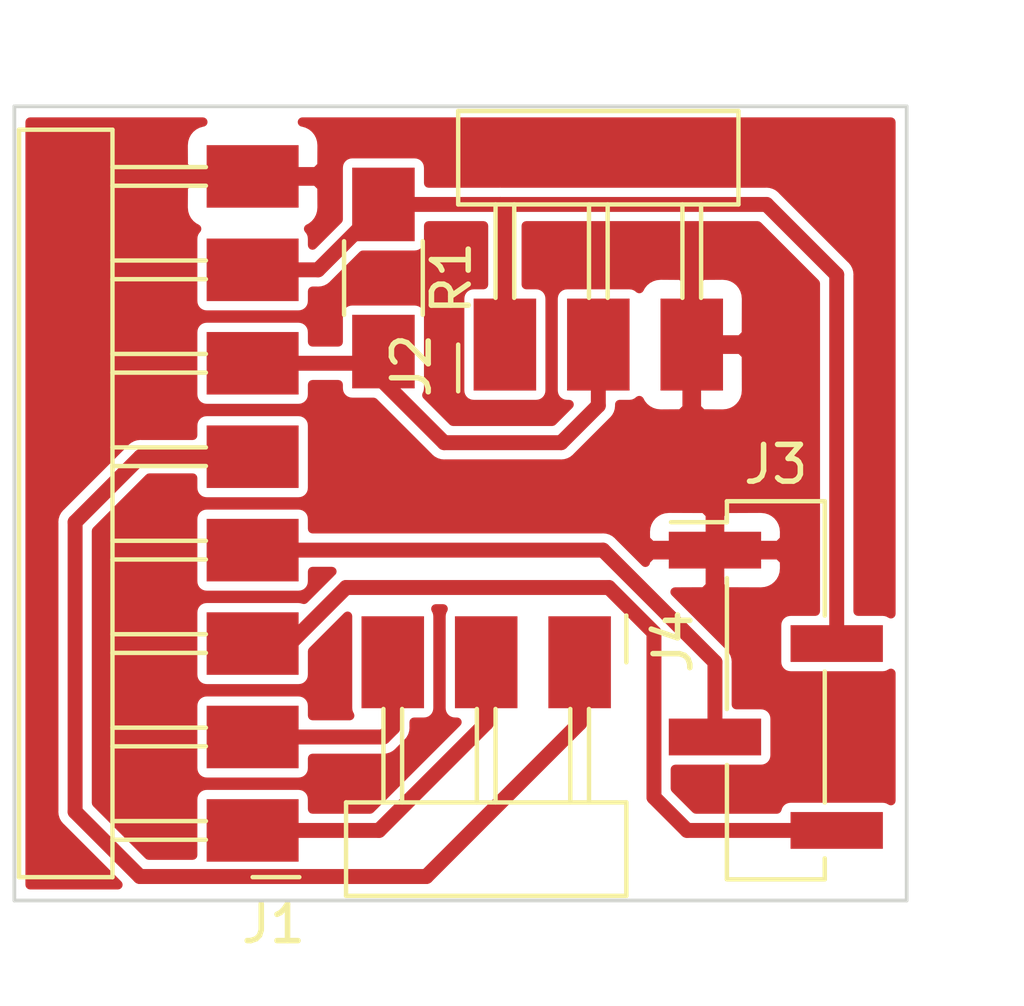
<source format=kicad_pcb>
(kicad_pcb (version 20171130) (host pcbnew "(5.1.9)-1")

  (general
    (thickness 1.6)
    (drawings 4)
    (tracks 38)
    (zones 0)
    (modules 5)
    (nets 9)
  )

  (page A4)
  (layers
    (0 F.Cu signal)
    (31 B.Cu signal)
    (32 B.Adhes user)
    (33 F.Adhes user)
    (34 B.Paste user)
    (35 F.Paste user)
    (36 B.SilkS user)
    (37 F.SilkS user)
    (38 B.Mask user)
    (39 F.Mask user)
    (40 Dwgs.User user)
    (41 Cmts.User user)
    (42 Eco1.User user)
    (43 Eco2.User user)
    (44 Edge.Cuts user)
    (45 Margin user)
    (46 B.CrtYd user)
    (47 F.CrtYd user)
    (48 B.Fab user)
    (49 F.Fab user)
  )

  (setup
    (last_trace_width 0.4064)
    (user_trace_width 0.4064)
    (trace_clearance 0.2)
    (zone_clearance 0.25)
    (zone_45_only no)
    (trace_min 0.2)
    (via_size 0.8)
    (via_drill 0.4)
    (via_min_size 0.4)
    (via_min_drill 0.3)
    (uvia_size 0.3)
    (uvia_drill 0.1)
    (uvias_allowed no)
    (uvia_min_size 0.2)
    (uvia_min_drill 0.1)
    (edge_width 0.05)
    (segment_width 0.2)
    (pcb_text_width 0.3)
    (pcb_text_size 1.5 1.5)
    (mod_edge_width 0.12)
    (mod_text_size 1 1)
    (mod_text_width 0.15)
    (pad_size 1.524 1.524)
    (pad_drill 0.762)
    (pad_to_mask_clearance 0)
    (aux_axis_origin 0 0)
    (visible_elements 7FFFFFFF)
    (pcbplotparams
      (layerselection 0x010fc_ffffffff)
      (usegerberextensions false)
      (usegerberattributes true)
      (usegerberadvancedattributes true)
      (creategerberjobfile true)
      (excludeedgelayer true)
      (linewidth 0.100000)
      (plotframeref false)
      (viasonmask false)
      (mode 1)
      (useauxorigin false)
      (hpglpennumber 1)
      (hpglpenspeed 20)
      (hpglpendiameter 15.000000)
      (psnegative false)
      (psa4output false)
      (plotreference true)
      (plotvalue true)
      (plotinvisibletext false)
      (padsonsilk false)
      (subtractmaskfromsilk false)
      (outputformat 1)
      (mirror false)
      (drillshape 1)
      (scaleselection 1)
      (outputdirectory ""))
  )

  (net 0 "")
  (net 1 GND)
  (net 2 +3V3)
  (net 3 DHT)
  (net 4 IO12)
  (net 5 SCL)
  (net 6 SDA)
  (net 7 IO16)
  (net 8 ADC)

  (net_class Default "This is the default net class."
    (clearance 0.2)
    (trace_width 0.25)
    (via_dia 0.8)
    (via_drill 0.4)
    (uvia_dia 0.3)
    (uvia_drill 0.1)
    (add_net +3V3)
    (add_net ADC)
    (add_net DHT)
    (add_net GND)
    (add_net IO12)
    (add_net IO16)
    (add_net SCL)
    (add_net SDA)
  )

  (module Connector_PinHeader_2.54mm:PinHeader_1x04_P2.54mm_Vertical_SMD_Pin1Left (layer F.Cu) (tedit 59FED5CC) (tstamp 60378463)
    (at 44.45 36.83)
    (descr "surface-mounted straight pin header, 1x04, 2.54mm pitch, single row, style 1 (pin 1 left)")
    (tags "Surface mounted pin header SMD 1x04 2.54mm single row style1 pin1 left")
    (path /6045FA07)
    (attr smd)
    (fp_text reference J3 (at 0 -6.14) (layer F.SilkS)
      (effects (font (size 1 1) (thickness 0.15)))
    )
    (fp_text value Conn_01x04_Male (at 0 6.14) (layer F.Fab)
      (effects (font (size 1 1) (thickness 0.15)))
    )
    (fp_text user %R (at 0 0 90) (layer F.Fab)
      (effects (font (size 1 1) (thickness 0.15)))
    )
    (fp_line (start 1.27 5.08) (end -1.27 5.08) (layer F.Fab) (width 0.1))
    (fp_line (start -0.32 -5.08) (end 1.27 -5.08) (layer F.Fab) (width 0.1))
    (fp_line (start -1.27 5.08) (end -1.27 -4.13) (layer F.Fab) (width 0.1))
    (fp_line (start -1.27 -4.13) (end -0.32 -5.08) (layer F.Fab) (width 0.1))
    (fp_line (start 1.27 -5.08) (end 1.27 5.08) (layer F.Fab) (width 0.1))
    (fp_line (start -1.27 -4.13) (end -2.54 -4.13) (layer F.Fab) (width 0.1))
    (fp_line (start -2.54 -4.13) (end -2.54 -3.49) (layer F.Fab) (width 0.1))
    (fp_line (start -2.54 -3.49) (end -1.27 -3.49) (layer F.Fab) (width 0.1))
    (fp_line (start -1.27 0.95) (end -2.54 0.95) (layer F.Fab) (width 0.1))
    (fp_line (start -2.54 0.95) (end -2.54 1.59) (layer F.Fab) (width 0.1))
    (fp_line (start -2.54 1.59) (end -1.27 1.59) (layer F.Fab) (width 0.1))
    (fp_line (start 1.27 -1.59) (end 2.54 -1.59) (layer F.Fab) (width 0.1))
    (fp_line (start 2.54 -1.59) (end 2.54 -0.95) (layer F.Fab) (width 0.1))
    (fp_line (start 2.54 -0.95) (end 1.27 -0.95) (layer F.Fab) (width 0.1))
    (fp_line (start 1.27 3.49) (end 2.54 3.49) (layer F.Fab) (width 0.1))
    (fp_line (start 2.54 3.49) (end 2.54 4.13) (layer F.Fab) (width 0.1))
    (fp_line (start 2.54 4.13) (end 1.27 4.13) (layer F.Fab) (width 0.1))
    (fp_line (start -1.33 -5.14) (end 1.33 -5.14) (layer F.SilkS) (width 0.12))
    (fp_line (start -1.33 5.14) (end 1.33 5.14) (layer F.SilkS) (width 0.12))
    (fp_line (start 1.33 -5.14) (end 1.33 -2.03) (layer F.SilkS) (width 0.12))
    (fp_line (start -1.33 -4.57) (end -2.85 -4.57) (layer F.SilkS) (width 0.12))
    (fp_line (start -1.33 -5.14) (end -1.33 -4.57) (layer F.SilkS) (width 0.12))
    (fp_line (start 1.33 4.57) (end 1.33 5.14) (layer F.SilkS) (width 0.12))
    (fp_line (start 1.33 -0.51) (end 1.33 3.05) (layer F.SilkS) (width 0.12))
    (fp_line (start -1.33 -3.05) (end -1.33 0.51) (layer F.SilkS) (width 0.12))
    (fp_line (start -1.33 2.03) (end -1.33 5.14) (layer F.SilkS) (width 0.12))
    (fp_line (start -3.45 -5.6) (end -3.45 5.6) (layer F.CrtYd) (width 0.05))
    (fp_line (start -3.45 5.6) (end 3.45 5.6) (layer F.CrtYd) (width 0.05))
    (fp_line (start 3.45 5.6) (end 3.45 -5.6) (layer F.CrtYd) (width 0.05))
    (fp_line (start 3.45 -5.6) (end -3.45 -5.6) (layer F.CrtYd) (width 0.05))
    (pad 4 smd rect (at 1.655 3.81) (size 2.51 1) (layers F.Cu F.Paste F.Mask)
      (net 6 SDA))
    (pad 2 smd rect (at 1.655 -1.27) (size 2.51 1) (layers F.Cu F.Paste F.Mask)
      (net 2 +3V3))
    (pad 3 smd rect (at -1.655 1.27) (size 2.51 1) (layers F.Cu F.Paste F.Mask)
      (net 5 SCL))
    (pad 1 smd rect (at -1.655 -3.81) (size 2.51 1) (layers F.Cu F.Paste F.Mask)
      (net 1 GND))
    (model ${KISYS3DMOD}/Connector_PinHeader_2.54mm.3dshapes/PinHeader_1x04_P2.54mm_Vertical_SMD_Pin1Left.wrl
      (at (xyz 0 0 0))
      (scale (xyz 1 1 1))
      (rotate (xyz 0 0 0))
    )
  )

  (module fab:Header_SMD_01x03_P2.54mm_Horizontal_Male (layer F.Cu) (tedit 5FFC95A6) (tstamp 6036E93C)
    (at 37.084 27.432 90)
    (descr https://s3.amazonaws.com/catalogspreads-pdf/PAGE112-113%20.100%20MALE%20HDR.pdf)
    (tags "horizontal pin header SMD 2.54mm")
    (path /604635D2)
    (attr smd)
    (fp_text reference J2 (at -1.524 -2.54 270) (layer F.SilkS)
      (effects (font (size 1 1) (thickness 0.15)) (justify left))
    )
    (fp_text value Conn_01x03_Male (at 2.6 8.3 90) (layer F.Fab)
      (effects (font (size 1 1) (thickness 0.15)))
    )
    (fp_line (start -0.635 4.826) (end -0.635 5.334) (layer F.Fab) (width 0.1))
    (fp_line (start -0.635 2.286) (end -0.635 2.794) (layer F.Fab) (width 0.1))
    (fp_line (start -0.635 -0.254) (end -0.635 0.254) (layer F.Fab) (width 0.1))
    (fp_line (start 3.81 5.334) (end 1.27 5.334) (layer F.SilkS) (width 0.12))
    (fp_line (start 3.81 4.826) (end 1.27 4.826) (layer F.SilkS) (width 0.12))
    (fp_line (start 3.81 2.794) (end 1.27 2.794) (layer F.SilkS) (width 0.12))
    (fp_line (start 3.81 2.286) (end 1.27 2.286) (layer F.SilkS) (width 0.12))
    (fp_line (start 3.81 0.254) (end 1.27 0.254) (layer F.SilkS) (width 0.12))
    (fp_line (start 3.81 -0.254) (end 1.27 -0.254) (layer F.SilkS) (width 0.12))
    (fp_line (start 3.81 6.35) (end 3.81 -1.27) (layer F.SilkS) (width 0.12))
    (fp_line (start 6.35 6.35) (end 3.81 6.35) (layer F.SilkS) (width 0.12))
    (fp_line (start 6.35 -1.27) (end 6.35 6.35) (layer F.SilkS) (width 0.12))
    (fp_line (start 3.81 -1.27) (end 6.35 -1.27) (layer F.SilkS) (width 0.12))
    (fp_line (start 3.81 5.08) (end -0.635 5.08) (layer F.Fab) (width 0.1))
    (fp_line (start 3.81 2.54) (end -0.635 2.54) (layer F.Fab) (width 0.1))
    (fp_line (start 3.81 0) (end -0.635 0) (layer F.Fab) (width 0.1))
    (fp_line (start 6.34 -1.27) (end 6.35 6.35) (layer F.Fab) (width 0.1))
    (fp_line (start 3.8 6.35) (end 6.35 6.35) (layer F.Fab) (width 0.1))
    (fp_line (start 3.8 -1.27) (end 6.34 -1.27) (layer F.Fab) (width 0.1))
    (fp_line (start 3.81 6.35) (end 3.8 -1.27) (layer F.Fab) (width 0.1))
    (fp_line (start -1.27 -1.27) (end 0 -1.27) (layer F.SilkS) (width 0.12))
    (fp_line (start -1.8 -1.8) (end -1.8 6.9) (layer F.CrtYd) (width 0.05))
    (fp_line (start -1.8 6.9) (end 6.4 6.9) (layer F.CrtYd) (width 0.05))
    (fp_line (start 6.4 6.9) (end 6.4 -1.8) (layer F.CrtYd) (width 0.05))
    (fp_line (start 6.4 -1.8) (end -1.8 -1.8) (layer F.CrtYd) (width 0.05))
    (fp_text user %R (at 2.4 2.6) (layer F.Fab)
      (effects (font (size 1 1) (thickness 0.15)))
    )
    (pad 3 smd rect (at 0 5.08 90) (size 2.5 1.7) (layers F.Cu F.Paste F.Mask)
      (net 1 GND))
    (pad 2 smd rect (at 0 2.54 90) (size 2.5 1.7) (layers F.Cu F.Paste F.Mask)
      (net 3 DHT))
    (pad 1 smd rect (at 0 0 90) (size 2.5 1.7) (layers F.Cu F.Paste F.Mask)
      (net 2 +3V3))
    (model "$(FAB)/fab.3dshapes/Header_SMD_01x03_P2.54mm_Horizontal_Male.step"
      (at (xyz 0 0 0))
      (scale (xyz 1 1 1))
      (rotate (xyz 0 0 0))
    )
  )

  (module fab:R_1206 (layer F.Cu) (tedit 60020482) (tstamp 6036E994)
    (at 33.782 25.622 270)
    (descr "Resistor SMD 1206, hand soldering")
    (tags "resistor 1206")
    (path /6045E3BE)
    (attr smd)
    (fp_text reference R1 (at 0 -1.85 90) (layer F.SilkS)
      (effects (font (size 1 1) (thickness 0.15)))
    )
    (fp_text value 10k (at 0 1.9 90) (layer F.Fab)
      (effects (font (size 1 1) (thickness 0.15)))
    )
    (fp_line (start 3.25 1.1) (end -3.25 1.1) (layer F.CrtYd) (width 0.05))
    (fp_line (start 3.25 1.1) (end 3.25 -1.11) (layer F.CrtYd) (width 0.05))
    (fp_line (start -3.25 -1.11) (end -3.25 1.1) (layer F.CrtYd) (width 0.05))
    (fp_line (start -3.25 -1.11) (end 3.25 -1.11) (layer F.CrtYd) (width 0.05))
    (fp_line (start -1 -1.07) (end 1 -1.07) (layer F.SilkS) (width 0.12))
    (fp_line (start 1 1.07) (end -1 1.07) (layer F.SilkS) (width 0.12))
    (fp_line (start -1.6 -0.8) (end 1.6 -0.8) (layer F.Fab) (width 0.1))
    (fp_line (start 1.6 -0.8) (end 1.6 0.8) (layer F.Fab) (width 0.1))
    (fp_line (start 1.6 0.8) (end -1.6 0.8) (layer F.Fab) (width 0.1))
    (fp_line (start -1.6 0.8) (end -1.6 -0.8) (layer F.Fab) (width 0.1))
    (fp_text user %R (at 0 0 90) (layer F.Fab)
      (effects (font (size 0.7 0.7) (thickness 0.105)))
    )
    (pad 1 smd rect (at -2 0 270) (size 2 1.7) (layers F.Cu F.Paste F.Mask)
      (net 2 +3V3))
    (pad 2 smd rect (at 2 0 270) (size 2 1.7) (layers F.Cu F.Paste F.Mask)
      (net 3 DHT))
    (model ${FAB}/fab.3dshapes/R_1206.step
      (at (xyz 0 0 0))
      (scale (xyz 1 1 1))
      (rotate (xyz 0 0 0))
    )
  )

  (module fab:Header_SMD_01x03_P2.54mm_Horizontal_Male (layer F.Cu) (tedit 5FFC95A6) (tstamp 6036E983)
    (at 39.116 36.068 270)
    (descr https://s3.amazonaws.com/catalogspreads-pdf/PAGE112-113%20.100%20MALE%20HDR.pdf)
    (tags "horizontal pin header SMD 2.54mm")
    (path /6046755D)
    (attr smd)
    (fp_text reference J4 (at -1.524 -2.54 270) (layer F.SilkS)
      (effects (font (size 1 1) (thickness 0.15)) (justify right))
    )
    (fp_text value Conn_01x03_Male (at 2.6 8.3 90) (layer F.Fab)
      (effects (font (size 1 1) (thickness 0.15)))
    )
    (fp_line (start -0.635 4.826) (end -0.635 5.334) (layer F.Fab) (width 0.1))
    (fp_line (start -0.635 2.286) (end -0.635 2.794) (layer F.Fab) (width 0.1))
    (fp_line (start -0.635 -0.254) (end -0.635 0.254) (layer F.Fab) (width 0.1))
    (fp_line (start 3.81 5.334) (end 1.27 5.334) (layer F.SilkS) (width 0.12))
    (fp_line (start 3.81 4.826) (end 1.27 4.826) (layer F.SilkS) (width 0.12))
    (fp_line (start 3.81 2.794) (end 1.27 2.794) (layer F.SilkS) (width 0.12))
    (fp_line (start 3.81 2.286) (end 1.27 2.286) (layer F.SilkS) (width 0.12))
    (fp_line (start 3.81 0.254) (end 1.27 0.254) (layer F.SilkS) (width 0.12))
    (fp_line (start 3.81 -0.254) (end 1.27 -0.254) (layer F.SilkS) (width 0.12))
    (fp_line (start 3.81 6.35) (end 3.81 -1.27) (layer F.SilkS) (width 0.12))
    (fp_line (start 6.35 6.35) (end 3.81 6.35) (layer F.SilkS) (width 0.12))
    (fp_line (start 6.35 -1.27) (end 6.35 6.35) (layer F.SilkS) (width 0.12))
    (fp_line (start 3.81 -1.27) (end 6.35 -1.27) (layer F.SilkS) (width 0.12))
    (fp_line (start 3.81 5.08) (end -0.635 5.08) (layer F.Fab) (width 0.1))
    (fp_line (start 3.81 2.54) (end -0.635 2.54) (layer F.Fab) (width 0.1))
    (fp_line (start 3.81 0) (end -0.635 0) (layer F.Fab) (width 0.1))
    (fp_line (start 6.34 -1.27) (end 6.35 6.35) (layer F.Fab) (width 0.1))
    (fp_line (start 3.8 6.35) (end 6.35 6.35) (layer F.Fab) (width 0.1))
    (fp_line (start 3.8 -1.27) (end 6.34 -1.27) (layer F.Fab) (width 0.1))
    (fp_line (start 3.81 6.35) (end 3.8 -1.27) (layer F.Fab) (width 0.1))
    (fp_line (start -1.27 -1.27) (end 0 -1.27) (layer F.SilkS) (width 0.12))
    (fp_line (start -1.8 -1.8) (end -1.8 6.9) (layer F.CrtYd) (width 0.05))
    (fp_line (start -1.8 6.9) (end 6.4 6.9) (layer F.CrtYd) (width 0.05))
    (fp_line (start 6.4 6.9) (end 6.4 -1.8) (layer F.CrtYd) (width 0.05))
    (fp_line (start 6.4 -1.8) (end -1.8 -1.8) (layer F.CrtYd) (width 0.05))
    (fp_text user %R (at 2.4 2.6) (layer F.Fab)
      (effects (font (size 1 1) (thickness 0.15)))
    )
    (pad 3 smd rect (at 0 5.08 270) (size 2.5 1.7) (layers F.Cu F.Paste F.Mask)
      (net 7 IO16))
    (pad 2 smd rect (at 0 2.54 270) (size 2.5 1.7) (layers F.Cu F.Paste F.Mask)
      (net 8 ADC))
    (pad 1 smd rect (at 0 0 270) (size 2.5 1.7) (layers F.Cu F.Paste F.Mask)
      (net 4 IO12))
    (model "$(FAB)/fab.3dshapes/Header_SMD_01x03_P2.54mm_Horizontal_Male.step"
      (at (xyz 0 0 0))
      (scale (xyz 1 1 1))
      (rotate (xyz 0 0 0))
    )
  )

  (module fab:Header_SMD_01x08_P2.54mm_Horizontal_Male (layer F.Cu) (tedit 5FFC9647) (tstamp 6036E91B)
    (at 30.226 40.64 180)
    (descr https://s3.amazonaws.com/catalogspreads-pdf/PAGE112-113%20.100%20MALE%20HDR.pdf)
    (tags "horizontal pin header SMD 2.54mm")
    (path /60450C87)
    (attr smd)
    (fp_text reference J1 (at -1.524 -2.54 180) (layer F.SilkS)
      (effects (font (size 1 1) (thickness 0.15)) (justify right))
    )
    (fp_text value Conn_01x08_Male (at 0.1 20.955) (layer F.Fab)
      (effects (font (size 1 1) (thickness 0.15)))
    )
    (fp_line (start -0.635 12.446) (end -0.635 12.954) (layer F.Fab) (width 0.1))
    (fp_line (start -0.635 9.906) (end -0.635 10.414) (layer F.Fab) (width 0.1))
    (fp_line (start -0.635 7.366) (end -0.635 7.874) (layer F.Fab) (width 0.1))
    (fp_line (start -0.635 4.826) (end -0.635 5.334) (layer F.Fab) (width 0.1))
    (fp_line (start -0.635 2.286) (end -0.635 2.794) (layer F.Fab) (width 0.1))
    (fp_line (start -0.635 -0.254) (end -0.635 0.254) (layer F.Fab) (width 0.1))
    (fp_line (start 3.81 12.954) (end 1.27 12.954) (layer F.SilkS) (width 0.12))
    (fp_line (start 3.81 12.446) (end 1.27 12.446) (layer F.SilkS) (width 0.12))
    (fp_line (start 3.81 10.414) (end 1.27 10.414) (layer F.SilkS) (width 0.12))
    (fp_line (start 3.81 9.906) (end 1.27 9.906) (layer F.SilkS) (width 0.12))
    (fp_line (start 3.81 7.874) (end 1.27 7.874) (layer F.SilkS) (width 0.12))
    (fp_line (start 3.81 7.366) (end 1.27 7.366) (layer F.SilkS) (width 0.12))
    (fp_line (start 3.81 5.334) (end 1.27 5.334) (layer F.SilkS) (width 0.12))
    (fp_line (start 3.81 4.826) (end 1.27 4.826) (layer F.SilkS) (width 0.12))
    (fp_line (start 3.81 2.794) (end 1.27 2.794) (layer F.SilkS) (width 0.12))
    (fp_line (start 3.81 2.286) (end 1.27 2.286) (layer F.SilkS) (width 0.12))
    (fp_line (start 3.81 0.254) (end 1.27 0.254) (layer F.SilkS) (width 0.12))
    (fp_line (start 3.81 -0.254) (end 1.27 -0.254) (layer F.SilkS) (width 0.12))
    (fp_line (start 3.81 19.05) (end 3.81 -1.27) (layer F.SilkS) (width 0.12))
    (fp_line (start 6.35 19.05) (end 3.81 19.05) (layer F.SilkS) (width 0.12))
    (fp_line (start 6.35 -1.27) (end 6.35 19.05) (layer F.SilkS) (width 0.12))
    (fp_line (start 3.81 -1.27) (end 6.35 -1.27) (layer F.SilkS) (width 0.12))
    (fp_line (start 3.81 12.7) (end -0.635 12.7) (layer F.Fab) (width 0.1))
    (fp_line (start 3.81 10.16) (end -0.635 10.16) (layer F.Fab) (width 0.1))
    (fp_line (start 3.81 7.62) (end -0.635 7.62) (layer F.Fab) (width 0.1))
    (fp_line (start 3.81 5.08) (end -0.635 5.08) (layer F.Fab) (width 0.1))
    (fp_line (start 3.81 2.54) (end -0.635 2.54) (layer F.Fab) (width 0.1))
    (fp_line (start 3.81 0) (end -0.635 0) (layer F.Fab) (width 0.1))
    (fp_line (start 6.34 -1.27) (end 6.35 19.05) (layer F.Fab) (width 0.1))
    (fp_line (start 3.8 19.05) (end 6.35 19.05) (layer F.Fab) (width 0.1))
    (fp_line (start 3.8 -1.27) (end 6.34 -1.27) (layer F.Fab) (width 0.1))
    (fp_line (start 3.8 19.05) (end 3.8 -1.27) (layer F.Fab) (width 0.1))
    (fp_line (start -1.27 -1.27) (end 0 -1.27) (layer F.SilkS) (width 0.12))
    (fp_line (start -1.8 -1.8) (end -1.8 19.6) (layer F.CrtYd) (width 0.05))
    (fp_line (start -1.8 19.6) (end 6.4 19.6) (layer F.CrtYd) (width 0.05))
    (fp_line (start 6.4 19.6) (end 6.4 -1.8) (layer F.CrtYd) (width 0.05))
    (fp_line (start 6.4 -1.8) (end -1.8 -1.8) (layer F.CrtYd) (width 0.05))
    (fp_line (start 3.81 15.24) (end -0.635 15.24) (layer F.Fab) (width 0.1))
    (fp_line (start 3.81 14.986) (end 1.27 14.986) (layer F.SilkS) (width 0.12))
    (fp_line (start -0.635 14.986) (end -0.635 15.494) (layer F.Fab) (width 0.1))
    (fp_line (start 3.81 15.494) (end 1.27 15.494) (layer F.SilkS) (width 0.12))
    (fp_line (start 3.81 17.78) (end -0.635 17.78) (layer F.Fab) (width 0.1))
    (fp_line (start -0.635 17.526) (end -0.635 18.034) (layer F.Fab) (width 0.1))
    (fp_line (start 3.81 17.526) (end 1.27 17.526) (layer F.SilkS) (width 0.12))
    (fp_line (start 3.81 18.034) (end 1.27 18.034) (layer F.SilkS) (width 0.12))
    (fp_text user %R (at 2.54 8.89 90) (layer F.Fab)
      (effects (font (size 1 1) (thickness 0.15)))
    )
    (pad 8 smd rect (at 0 17.78 180) (size 2.5 1.7) (layers F.Cu F.Paste F.Mask)
      (net 1 GND))
    (pad 7 smd rect (at 0 15.24 180) (size 2.5 1.7) (layers F.Cu F.Paste F.Mask)
      (net 2 +3V3))
    (pad 6 smd rect (at 0 12.7 180) (size 2.5 1.7) (layers F.Cu F.Paste F.Mask)
      (net 3 DHT))
    (pad 5 smd rect (at 0 10.16 180) (size 2.5 1.7) (layers F.Cu F.Paste F.Mask)
      (net 4 IO12))
    (pad 4 smd rect (at 0 7.62 180) (size 2.5 1.7) (layers F.Cu F.Paste F.Mask)
      (net 5 SCL))
    (pad 3 smd rect (at 0 5.08 180) (size 2.5 1.7) (layers F.Cu F.Paste F.Mask)
      (net 6 SDA))
    (pad 2 smd rect (at 0 2.54 180) (size 2.5 1.7) (layers F.Cu F.Paste F.Mask)
      (net 7 IO16))
    (pad 1 smd rect (at 0 0 180) (size 2.5 1.7) (layers F.Cu F.Paste F.Mask)
      (net 8 ADC))
    (model ${FAB}/fab.3dshapes/Header_SMD_01x08_P2.54mm_Horizontal_Male.step
      (at (xyz 0 0 0))
      (scale (xyz 1 1 1))
      (rotate (xyz 0 0 0))
    )
  )

  (gr_line (start 48.006 20.955) (end 48.006 42.545) (layer Edge.Cuts) (width 0.1))
  (gr_line (start 23.749 20.955) (end 48.006 20.955) (layer Edge.Cuts) (width 0.1))
  (gr_line (start 23.749 42.545) (end 23.749 20.955) (layer Edge.Cuts) (width 0.1))
  (gr_line (start 48.006 42.545) (end 23.749 42.545) (layer Edge.Cuts) (width 0.1))

  (segment (start 32.004 25.4) (end 33.782 23.622) (width 0.4064) (layer F.Cu) (net 2))
  (segment (start 30.226 25.4) (end 32.004 25.4) (width 0.4064) (layer F.Cu) (net 2))
  (segment (start 46.105 25.531) (end 46.105 35.56) (width 0.4064) (layer F.Cu) (net 2))
  (segment (start 44.196 23.622) (end 46.105 25.531) (width 0.4064) (layer F.Cu) (net 2))
  (segment (start 37.084 23.749) (end 36.957 23.622) (width 0.4064) (layer F.Cu) (net 2))
  (segment (start 37.084 27.432) (end 37.084 23.749) (width 0.4064) (layer F.Cu) (net 2))
  (segment (start 36.957 23.622) (end 44.196 23.622) (width 0.4064) (layer F.Cu) (net 2))
  (segment (start 33.782 23.622) (end 36.957 23.622) (width 0.4064) (layer F.Cu) (net 2))
  (segment (start 33.464 27.94) (end 33.782 27.622) (width 0.4064) (layer F.Cu) (net 3))
  (segment (start 30.226 27.94) (end 33.464 27.94) (width 0.4064) (layer F.Cu) (net 3))
  (segment (start 33.782 27.622) (end 33.782 28.448) (width 0.4064) (layer F.Cu) (net 3))
  (segment (start 33.782 28.448) (end 35.433 30.099) (width 0.4064) (layer F.Cu) (net 3))
  (segment (start 39.624 29.0884) (end 39.624 27.432) (width 0.4064) (layer F.Cu) (net 3))
  (segment (start 38.6134 30.099) (end 39.624 29.0884) (width 0.4064) (layer F.Cu) (net 3))
  (segment (start 35.433 30.099) (end 38.6134 30.099) (width 0.4064) (layer F.Cu) (net 3))
  (segment (start 27.178 30.48) (end 30.226 30.48) (width 0.4064) (layer F.Cu) (net 4))
  (segment (start 25.4 40.132) (end 25.4 32.258) (width 0.4064) (layer F.Cu) (net 4))
  (segment (start 27.161201 41.893201) (end 25.4 40.132) (width 0.4064) (layer F.Cu) (net 4))
  (segment (start 34.947199 41.893201) (end 27.161201 41.893201) (width 0.4064) (layer F.Cu) (net 4))
  (segment (start 25.4 32.258) (end 27.178 30.48) (width 0.4064) (layer F.Cu) (net 4))
  (segment (start 39.116 37.7244) (end 34.947199 41.893201) (width 0.4064) (layer F.Cu) (net 4))
  (segment (start 39.116 36.068) (end 39.116 37.7244) (width 0.4064) (layer F.Cu) (net 4))
  (segment (start 39.751354 33.02) (end 30.226 33.02) (width 0.4064) (layer F.Cu) (net 5))
  (segment (start 42.795 36.063646) (end 39.751354 33.02) (width 0.4064) (layer F.Cu) (net 5))
  (segment (start 42.795 38.1) (end 42.795 36.063646) (width 0.4064) (layer F.Cu) (net 5))
  (segment (start 30.226 35.56) (end 31.242 35.56) (width 0.4064) (layer F.Cu) (net 6))
  (segment (start 31.242 35.56) (end 32.766 34.036) (width 0.4064) (layer F.Cu) (net 6))
  (segment (start 41.136799 35.263037) (end 41.136799 39.739799) (width 0.4064) (layer F.Cu) (net 6))
  (segment (start 39.909762 34.036) (end 41.136799 35.263037) (width 0.4064) (layer F.Cu) (net 6))
  (segment (start 32.766 34.036) (end 39.909762 34.036) (width 0.4064) (layer F.Cu) (net 6))
  (segment (start 42.037 40.64) (end 46.105 40.64) (width 0.4064) (layer F.Cu) (net 6))
  (segment (start 41.136799 39.739799) (end 42.037 40.64) (width 0.4064) (layer F.Cu) (net 6))
  (segment (start 33.782 38.1) (end 34.036 37.846) (width 0.4064) (layer F.Cu) (net 7))
  (segment (start 34.036 37.846) (end 34.036 36.068) (width 0.4064) (layer F.Cu) (net 7))
  (segment (start 30.226 38.1) (end 33.782 38.1) (width 0.4064) (layer F.Cu) (net 7))
  (segment (start 36.576 37.7244) (end 36.576 36.068) (width 0.4064) (layer F.Cu) (net 8))
  (segment (start 33.6604 40.64) (end 36.576 37.7244) (width 0.4064) (layer F.Cu) (net 8))
  (segment (start 30.226 40.64) (end 33.6604 40.64) (width 0.4064) (layer F.Cu) (net 8))

  (zone (net 1) (net_name GND) (layer F.Cu) (tstamp 603786BB) (hatch edge 0.508)
    (connect_pads (clearance 0.25))
    (min_thickness 0.254)
    (fill yes (arc_segments 32) (thermal_gap 0.508) (thermal_bridge_width 0.508))
    (polygon
      (pts
        (xy 48.006 42.6085) (xy 23.749 42.418) (xy 23.749 20.828) (xy 48.006 21.0185)
      )
    )
    (filled_polygon
      (pts
        (xy 28.851518 21.384188) (xy 28.73182 21.420498) (xy 28.621506 21.479463) (xy 28.524815 21.558815) (xy 28.445463 21.655506)
        (xy 28.386498 21.76582) (xy 28.350188 21.885518) (xy 28.337928 22.01) (xy 28.341 22.57425) (xy 28.49975 22.733)
        (xy 30.099 22.733) (xy 30.099 22.713) (xy 30.353 22.713) (xy 30.353 22.733) (xy 31.95225 22.733)
        (xy 32.111 22.57425) (xy 32.114072 22.01) (xy 32.101812 21.885518) (xy 32.065502 21.76582) (xy 32.006537 21.655506)
        (xy 31.927185 21.558815) (xy 31.830494 21.479463) (xy 31.72018 21.420498) (xy 31.600482 21.384188) (xy 31.578266 21.382)
        (xy 47.579 21.382) (xy 47.579001 34.752026) (xy 47.570463 34.745019) (xy 47.50497 34.710012) (xy 47.433905 34.688455)
        (xy 47.36 34.681176) (xy 46.6852 34.681176) (xy 46.6852 25.559491) (xy 46.688006 25.531) (xy 46.6852 25.502509)
        (xy 46.6852 25.502499) (xy 46.676805 25.417261) (xy 46.643628 25.307893) (xy 46.589754 25.2071) (xy 46.589753 25.207098)
        (xy 46.535416 25.14089) (xy 46.517248 25.118752) (xy 46.495109 25.100583) (xy 44.626418 23.231892) (xy 44.608248 23.209752)
        (xy 44.519901 23.137247) (xy 44.419107 23.083372) (xy 44.309739 23.050195) (xy 44.224501 23.0418) (xy 44.224491 23.0418)
        (xy 44.196 23.038994) (xy 44.167509 23.0418) (xy 36.985491 23.0418) (xy 36.957 23.038994) (xy 36.928509 23.0418)
        (xy 35.010824 23.0418) (xy 35.010824 22.622) (xy 35.003545 22.548095) (xy 34.981988 22.47703) (xy 34.946981 22.411537)
        (xy 34.899869 22.354131) (xy 34.842463 22.307019) (xy 34.77697 22.272012) (xy 34.705905 22.250455) (xy 34.632 22.243176)
        (xy 32.932 22.243176) (xy 32.858095 22.250455) (xy 32.78703 22.272012) (xy 32.721537 22.307019) (xy 32.664131 22.354131)
        (xy 32.617019 22.411537) (xy 32.582012 22.47703) (xy 32.560455 22.548095) (xy 32.553176 22.622) (xy 32.553176 24.030298)
        (xy 31.854824 24.72865) (xy 31.854824 24.55) (xy 31.847545 24.476095) (xy 31.825988 24.40503) (xy 31.790981 24.339537)
        (xy 31.746555 24.285404) (xy 31.830494 24.240537) (xy 31.927185 24.161185) (xy 32.006537 24.064494) (xy 32.065502 23.95418)
        (xy 32.101812 23.834482) (xy 32.114072 23.71) (xy 32.111 23.14575) (xy 31.95225 22.987) (xy 30.353 22.987)
        (xy 30.353 23.007) (xy 30.099 23.007) (xy 30.099 22.987) (xy 28.49975 22.987) (xy 28.341 23.14575)
        (xy 28.337928 23.71) (xy 28.350188 23.834482) (xy 28.386498 23.95418) (xy 28.445463 24.064494) (xy 28.524815 24.161185)
        (xy 28.621506 24.240537) (xy 28.705445 24.285404) (xy 28.661019 24.339537) (xy 28.626012 24.40503) (xy 28.604455 24.476095)
        (xy 28.597176 24.55) (xy 28.597176 26.25) (xy 28.604455 26.323905) (xy 28.626012 26.39497) (xy 28.661019 26.460463)
        (xy 28.708131 26.517869) (xy 28.765537 26.564981) (xy 28.83103 26.599988) (xy 28.902095 26.621545) (xy 28.976 26.628824)
        (xy 31.476 26.628824) (xy 31.549905 26.621545) (xy 31.62097 26.599988) (xy 31.686463 26.564981) (xy 31.743869 26.517869)
        (xy 31.790981 26.460463) (xy 31.825988 26.39497) (xy 31.847545 26.323905) (xy 31.854824 26.25) (xy 31.854824 25.9802)
        (xy 31.975509 25.9802) (xy 32.004 25.983006) (xy 32.032491 25.9802) (xy 32.032501 25.9802) (xy 32.117739 25.971805)
        (xy 32.227107 25.938628) (xy 32.327901 25.884753) (xy 32.416248 25.812248) (xy 32.434418 25.790108) (xy 33.223702 25.000824)
        (xy 34.632 25.000824) (xy 34.705905 24.993545) (xy 34.77697 24.971988) (xy 34.842463 24.936981) (xy 34.899869 24.889869)
        (xy 34.946981 24.832463) (xy 34.981988 24.76697) (xy 35.003545 24.695905) (xy 35.010824 24.622) (xy 35.010824 24.2022)
        (xy 36.503801 24.2022) (xy 36.5038 25.803176) (xy 36.234 25.803176) (xy 36.160095 25.810455) (xy 36.08903 25.832012)
        (xy 36.023537 25.867019) (xy 35.966131 25.914131) (xy 35.919019 25.971537) (xy 35.884012 26.03703) (xy 35.862455 26.108095)
        (xy 35.855176 26.182) (xy 35.855176 28.682) (xy 35.862455 28.755905) (xy 35.884012 28.82697) (xy 35.919019 28.892463)
        (xy 35.966131 28.949869) (xy 36.023537 28.996981) (xy 36.08903 29.031988) (xy 36.160095 29.053545) (xy 36.234 29.060824)
        (xy 37.934 29.060824) (xy 38.007905 29.053545) (xy 38.07897 29.031988) (xy 38.144463 28.996981) (xy 38.201869 28.949869)
        (xy 38.248981 28.892463) (xy 38.283988 28.82697) (xy 38.305545 28.755905) (xy 38.312824 28.682) (xy 38.312824 26.182)
        (xy 38.305545 26.108095) (xy 38.283988 26.03703) (xy 38.248981 25.971537) (xy 38.201869 25.914131) (xy 38.144463 25.867019)
        (xy 38.07897 25.832012) (xy 38.007905 25.810455) (xy 37.934 25.803176) (xy 37.6642 25.803176) (xy 37.6642 24.2022)
        (xy 43.955674 24.2022) (xy 45.5248 25.771326) (xy 45.524801 34.681176) (xy 44.85 34.681176) (xy 44.776095 34.688455)
        (xy 44.70503 34.710012) (xy 44.639537 34.745019) (xy 44.582131 34.792131) (xy 44.535019 34.849537) (xy 44.500012 34.91503)
        (xy 44.478455 34.986095) (xy 44.471176 35.06) (xy 44.471176 36.06) (xy 44.478455 36.133905) (xy 44.500012 36.20497)
        (xy 44.535019 36.270463) (xy 44.582131 36.327869) (xy 44.639537 36.374981) (xy 44.70503 36.409988) (xy 44.776095 36.431545)
        (xy 44.85 36.438824) (xy 47.36 36.438824) (xy 47.433905 36.431545) (xy 47.50497 36.409988) (xy 47.570463 36.374981)
        (xy 47.579001 36.367974) (xy 47.579001 39.832026) (xy 47.570463 39.825019) (xy 47.50497 39.790012) (xy 47.433905 39.768455)
        (xy 47.36 39.761176) (xy 44.85 39.761176) (xy 44.776095 39.768455) (xy 44.70503 39.790012) (xy 44.639537 39.825019)
        (xy 44.582131 39.872131) (xy 44.535019 39.929537) (xy 44.500012 39.99503) (xy 44.480365 40.0598) (xy 42.277327 40.0598)
        (xy 41.716999 39.499473) (xy 41.716999 38.978824) (xy 44.05 38.978824) (xy 44.123905 38.971545) (xy 44.19497 38.949988)
        (xy 44.260463 38.914981) (xy 44.317869 38.867869) (xy 44.364981 38.810463) (xy 44.399988 38.74497) (xy 44.421545 38.673905)
        (xy 44.428824 38.6) (xy 44.428824 37.6) (xy 44.421545 37.526095) (xy 44.399988 37.45503) (xy 44.364981 37.389537)
        (xy 44.317869 37.332131) (xy 44.260463 37.285019) (xy 44.19497 37.250012) (xy 44.123905 37.228455) (xy 44.05 37.221176)
        (xy 43.3752 37.221176) (xy 43.3752 36.092136) (xy 43.378006 36.063645) (xy 43.3752 36.035154) (xy 43.3752 36.035145)
        (xy 43.366805 35.949907) (xy 43.333628 35.840539) (xy 43.279753 35.739745) (xy 43.225583 35.673739) (xy 43.225416 35.673535)
        (xy 43.225413 35.673532) (xy 43.207248 35.651398) (xy 43.185114 35.633233) (xy 41.709416 34.157535) (xy 42.50925 34.155)
        (xy 42.668 33.99625) (xy 42.668 33.147) (xy 42.922 33.147) (xy 42.922 33.99625) (xy 43.08075 34.155)
        (xy 44.05 34.158072) (xy 44.174482 34.145812) (xy 44.29418 34.109502) (xy 44.404494 34.050537) (xy 44.501185 33.971185)
        (xy 44.580537 33.874494) (xy 44.639502 33.76418) (xy 44.675812 33.644482) (xy 44.688072 33.52) (xy 44.685 33.30575)
        (xy 44.52625 33.147) (xy 42.922 33.147) (xy 42.668 33.147) (xy 41.06375 33.147) (xy 40.905 33.30575)
        (xy 40.90433 33.35245) (xy 40.181772 32.629892) (xy 40.163602 32.607752) (xy 40.075255 32.535247) (xy 40.04673 32.52)
        (xy 40.901928 32.52) (xy 40.905 32.73425) (xy 41.06375 32.893) (xy 42.668 32.893) (xy 42.668 32.04375)
        (xy 42.922 32.04375) (xy 42.922 32.893) (xy 44.52625 32.893) (xy 44.685 32.73425) (xy 44.688072 32.52)
        (xy 44.675812 32.395518) (xy 44.639502 32.27582) (xy 44.580537 32.165506) (xy 44.501185 32.068815) (xy 44.404494 31.989463)
        (xy 44.29418 31.930498) (xy 44.174482 31.894188) (xy 44.05 31.881928) (xy 43.08075 31.885) (xy 42.922 32.04375)
        (xy 42.668 32.04375) (xy 42.50925 31.885) (xy 41.54 31.881928) (xy 41.415518 31.894188) (xy 41.29582 31.930498)
        (xy 41.185506 31.989463) (xy 41.088815 32.068815) (xy 41.009463 32.165506) (xy 40.950498 32.27582) (xy 40.914188 32.395518)
        (xy 40.901928 32.52) (xy 40.04673 32.52) (xy 39.974461 32.481372) (xy 39.865093 32.448195) (xy 39.779855 32.4398)
        (xy 39.779845 32.4398) (xy 39.751354 32.436994) (xy 39.722863 32.4398) (xy 31.854824 32.4398) (xy 31.854824 32.17)
        (xy 31.847545 32.096095) (xy 31.825988 32.02503) (xy 31.790981 31.959537) (xy 31.743869 31.902131) (xy 31.686463 31.855019)
        (xy 31.62097 31.820012) (xy 31.549905 31.798455) (xy 31.476 31.791176) (xy 28.976 31.791176) (xy 28.902095 31.798455)
        (xy 28.83103 31.820012) (xy 28.765537 31.855019) (xy 28.708131 31.902131) (xy 28.661019 31.959537) (xy 28.626012 32.02503)
        (xy 28.604455 32.096095) (xy 28.597176 32.17) (xy 28.597176 33.87) (xy 28.604455 33.943905) (xy 28.626012 34.01497)
        (xy 28.661019 34.080463) (xy 28.708131 34.137869) (xy 28.765537 34.184981) (xy 28.83103 34.219988) (xy 28.902095 34.241545)
        (xy 28.976 34.248824) (xy 31.476 34.248824) (xy 31.549905 34.241545) (xy 31.62097 34.219988) (xy 31.686463 34.184981)
        (xy 31.743869 34.137869) (xy 31.790981 34.080463) (xy 31.825988 34.01497) (xy 31.847545 33.943905) (xy 31.854824 33.87)
        (xy 31.854824 33.6002) (xy 32.382449 33.6002) (xy 32.375889 33.605584) (xy 32.375886 33.605587) (xy 32.353752 33.623752)
        (xy 32.335587 33.645886) (xy 31.62129 34.360183) (xy 31.62097 34.360012) (xy 31.549905 34.338455) (xy 31.476 34.331176)
        (xy 28.976 34.331176) (xy 28.902095 34.338455) (xy 28.83103 34.360012) (xy 28.765537 34.395019) (xy 28.708131 34.442131)
        (xy 28.661019 34.499537) (xy 28.626012 34.56503) (xy 28.604455 34.636095) (xy 28.597176 34.71) (xy 28.597176 36.41)
        (xy 28.604455 36.483905) (xy 28.626012 36.55497) (xy 28.661019 36.620463) (xy 28.708131 36.677869) (xy 28.765537 36.724981)
        (xy 28.83103 36.759988) (xy 28.902095 36.781545) (xy 28.976 36.788824) (xy 31.476 36.788824) (xy 31.549905 36.781545)
        (xy 31.62097 36.759988) (xy 31.686463 36.724981) (xy 31.743869 36.677869) (xy 31.790981 36.620463) (xy 31.825988 36.55497)
        (xy 31.847545 36.483905) (xy 31.854824 36.41) (xy 31.854824 35.767702) (xy 32.807465 34.815061) (xy 32.807176 34.818)
        (xy 32.807176 37.318) (xy 32.814455 37.391905) (xy 32.836012 37.46297) (xy 32.866388 37.5198) (xy 31.854824 37.5198)
        (xy 31.854824 37.25) (xy 31.847545 37.176095) (xy 31.825988 37.10503) (xy 31.790981 37.039537) (xy 31.743869 36.982131)
        (xy 31.686463 36.935019) (xy 31.62097 36.900012) (xy 31.549905 36.878455) (xy 31.476 36.871176) (xy 28.976 36.871176)
        (xy 28.902095 36.878455) (xy 28.83103 36.900012) (xy 28.765537 36.935019) (xy 28.708131 36.982131) (xy 28.661019 37.039537)
        (xy 28.626012 37.10503) (xy 28.604455 37.176095) (xy 28.597176 37.25) (xy 28.597176 38.95) (xy 28.604455 39.023905)
        (xy 28.626012 39.09497) (xy 28.661019 39.160463) (xy 28.708131 39.217869) (xy 28.765537 39.264981) (xy 28.83103 39.299988)
        (xy 28.902095 39.321545) (xy 28.976 39.328824) (xy 31.476 39.328824) (xy 31.549905 39.321545) (xy 31.62097 39.299988)
        (xy 31.686463 39.264981) (xy 31.743869 39.217869) (xy 31.790981 39.160463) (xy 31.825988 39.09497) (xy 31.847545 39.023905)
        (xy 31.854824 38.95) (xy 31.854824 38.6802) (xy 33.753509 38.6802) (xy 33.782 38.683006) (xy 33.810491 38.6802)
        (xy 33.810501 38.6802) (xy 33.895739 38.671805) (xy 34.005107 38.638628) (xy 34.105901 38.584753) (xy 34.194248 38.512248)
        (xy 34.212418 38.490108) (xy 34.426109 38.276417) (xy 34.448248 38.258248) (xy 34.520753 38.169901) (xy 34.574628 38.069107)
        (xy 34.607805 37.959739) (xy 34.6162 37.874501) (xy 34.6162 37.874492) (xy 34.619006 37.846001) (xy 34.6162 37.81751)
        (xy 34.6162 37.696824) (xy 34.886 37.696824) (xy 34.959905 37.689545) (xy 35.03097 37.667988) (xy 35.096463 37.632981)
        (xy 35.153869 37.585869) (xy 35.200981 37.528463) (xy 35.235988 37.46297) (xy 35.257545 37.391905) (xy 35.264824 37.318)
        (xy 35.264824 34.818) (xy 35.257545 34.744095) (xy 35.235988 34.67303) (xy 35.205612 34.6162) (xy 35.406388 34.6162)
        (xy 35.376012 34.67303) (xy 35.354455 34.744095) (xy 35.347176 34.818) (xy 35.347176 37.318) (xy 35.354455 37.391905)
        (xy 35.376012 37.46297) (xy 35.411019 37.528463) (xy 35.458131 37.585869) (xy 35.515537 37.632981) (xy 35.58103 37.667988)
        (xy 35.652095 37.689545) (xy 35.726 37.696824) (xy 35.783049 37.696824) (xy 33.420074 40.0598) (xy 31.854824 40.0598)
        (xy 31.854824 39.79) (xy 31.847545 39.716095) (xy 31.825988 39.64503) (xy 31.790981 39.579537) (xy 31.743869 39.522131)
        (xy 31.686463 39.475019) (xy 31.62097 39.440012) (xy 31.549905 39.418455) (xy 31.476 39.411176) (xy 28.976 39.411176)
        (xy 28.902095 39.418455) (xy 28.83103 39.440012) (xy 28.765537 39.475019) (xy 28.708131 39.522131) (xy 28.661019 39.579537)
        (xy 28.626012 39.64503) (xy 28.604455 39.716095) (xy 28.597176 39.79) (xy 28.597176 41.313001) (xy 27.401528 41.313001)
        (xy 25.9802 39.891674) (xy 25.9802 32.498326) (xy 27.418326 31.0602) (xy 28.597176 31.0602) (xy 28.597176 31.33)
        (xy 28.604455 31.403905) (xy 28.626012 31.47497) (xy 28.661019 31.540463) (xy 28.708131 31.597869) (xy 28.765537 31.644981)
        (xy 28.83103 31.679988) (xy 28.902095 31.701545) (xy 28.976 31.708824) (xy 31.476 31.708824) (xy 31.549905 31.701545)
        (xy 31.62097 31.679988) (xy 31.686463 31.644981) (xy 31.743869 31.597869) (xy 31.790981 31.540463) (xy 31.825988 31.47497)
        (xy 31.847545 31.403905) (xy 31.854824 31.33) (xy 31.854824 29.63) (xy 31.847545 29.556095) (xy 31.825988 29.48503)
        (xy 31.790981 29.419537) (xy 31.743869 29.362131) (xy 31.686463 29.315019) (xy 31.62097 29.280012) (xy 31.549905 29.258455)
        (xy 31.476 29.251176) (xy 28.976 29.251176) (xy 28.902095 29.258455) (xy 28.83103 29.280012) (xy 28.765537 29.315019)
        (xy 28.708131 29.362131) (xy 28.661019 29.419537) (xy 28.626012 29.48503) (xy 28.604455 29.556095) (xy 28.597176 29.63)
        (xy 28.597176 29.8998) (xy 27.206491 29.8998) (xy 27.178 29.896994) (xy 27.149509 29.8998) (xy 27.149499 29.8998)
        (xy 27.064261 29.908195) (xy 26.954893 29.941372) (xy 26.854098 29.995247) (xy 26.806045 30.034684) (xy 26.765752 30.067752)
        (xy 26.747582 30.089892) (xy 25.009887 31.827587) (xy 24.987753 31.845752) (xy 24.969588 31.867886) (xy 24.969584 31.86789)
        (xy 24.915248 31.934099) (xy 24.861373 32.034893) (xy 24.828196 32.144261) (xy 24.816994 32.258) (xy 24.819801 32.286501)
        (xy 24.8198 40.103509) (xy 24.816994 40.132) (xy 24.8198 40.160491) (xy 24.8198 40.1605) (xy 24.828195 40.245738)
        (xy 24.861372 40.355106) (xy 24.915247 40.4559) (xy 24.987752 40.544248) (xy 25.009892 40.562418) (xy 26.565473 42.118)
        (xy 24.176 42.118) (xy 24.176 27.09) (xy 28.597176 27.09) (xy 28.597176 28.79) (xy 28.604455 28.863905)
        (xy 28.626012 28.93497) (xy 28.661019 29.000463) (xy 28.708131 29.057869) (xy 28.765537 29.104981) (xy 28.83103 29.139988)
        (xy 28.902095 29.161545) (xy 28.976 29.168824) (xy 31.476 29.168824) (xy 31.549905 29.161545) (xy 31.62097 29.139988)
        (xy 31.686463 29.104981) (xy 31.743869 29.057869) (xy 31.790981 29.000463) (xy 31.825988 28.93497) (xy 31.847545 28.863905)
        (xy 31.854824 28.79) (xy 31.854824 28.5202) (xy 32.553176 28.5202) (xy 32.553176 28.622) (xy 32.560455 28.695905)
        (xy 32.582012 28.76697) (xy 32.617019 28.832463) (xy 32.664131 28.889869) (xy 32.721537 28.936981) (xy 32.78703 28.971988)
        (xy 32.858095 28.993545) (xy 32.932 29.000824) (xy 33.514298 29.000824) (xy 35.002582 30.489108) (xy 35.020752 30.511248)
        (xy 35.04289 30.529416) (xy 35.109098 30.583753) (xy 35.209893 30.637628) (xy 35.31926 30.670805) (xy 35.433 30.682007)
        (xy 35.461501 30.6792) (xy 38.584909 30.6792) (xy 38.6134 30.682006) (xy 38.641891 30.6792) (xy 38.641901 30.6792)
        (xy 38.727139 30.670805) (xy 38.836507 30.637628) (xy 38.937301 30.583753) (xy 39.025648 30.511248) (xy 39.043818 30.489108)
        (xy 40.014115 29.518812) (xy 40.036248 29.500648) (xy 40.054413 29.478514) (xy 40.054416 29.478511) (xy 40.09463 29.42951)
        (xy 40.108753 29.412301) (xy 40.162628 29.311507) (xy 40.195805 29.202139) (xy 40.2042 29.116901) (xy 40.2042 29.116892)
        (xy 40.207006 29.088401) (xy 40.20429 29.060824) (xy 40.474 29.060824) (xy 40.547905 29.053545) (xy 40.61897 29.031988)
        (xy 40.684463 28.996981) (xy 40.738596 28.952555) (xy 40.783463 29.036494) (xy 40.862815 29.133185) (xy 40.959506 29.212537)
        (xy 41.06982 29.271502) (xy 41.189518 29.307812) (xy 41.314 29.320072) (xy 41.87825 29.317) (xy 42.037 29.15825)
        (xy 42.037 27.559) (xy 42.291 27.559) (xy 42.291 29.15825) (xy 42.44975 29.317) (xy 43.014 29.320072)
        (xy 43.138482 29.307812) (xy 43.25818 29.271502) (xy 43.368494 29.212537) (xy 43.465185 29.133185) (xy 43.544537 29.036494)
        (xy 43.603502 28.92618) (xy 43.639812 28.806482) (xy 43.652072 28.682) (xy 43.649 27.71775) (xy 43.49025 27.559)
        (xy 42.291 27.559) (xy 42.037 27.559) (xy 42.017 27.559) (xy 42.017 27.305) (xy 42.037 27.305)
        (xy 42.037 25.70575) (xy 42.291 25.70575) (xy 42.291 27.305) (xy 43.49025 27.305) (xy 43.649 27.14625)
        (xy 43.652072 26.182) (xy 43.639812 26.057518) (xy 43.603502 25.93782) (xy 43.544537 25.827506) (xy 43.465185 25.730815)
        (xy 43.368494 25.651463) (xy 43.25818 25.592498) (xy 43.138482 25.556188) (xy 43.014 25.543928) (xy 42.44975 25.547)
        (xy 42.291 25.70575) (xy 42.037 25.70575) (xy 41.87825 25.547) (xy 41.314 25.543928) (xy 41.189518 25.556188)
        (xy 41.06982 25.592498) (xy 40.959506 25.651463) (xy 40.862815 25.730815) (xy 40.783463 25.827506) (xy 40.738596 25.911445)
        (xy 40.684463 25.867019) (xy 40.61897 25.832012) (xy 40.547905 25.810455) (xy 40.474 25.803176) (xy 38.774 25.803176)
        (xy 38.700095 25.810455) (xy 38.62903 25.832012) (xy 38.563537 25.867019) (xy 38.506131 25.914131) (xy 38.459019 25.971537)
        (xy 38.424012 26.03703) (xy 38.402455 26.108095) (xy 38.395176 26.182) (xy 38.395176 28.682) (xy 38.402455 28.755905)
        (xy 38.424012 28.82697) (xy 38.459019 28.892463) (xy 38.506131 28.949869) (xy 38.563537 28.996981) (xy 38.62903 29.031988)
        (xy 38.700095 29.053545) (xy 38.774 29.060824) (xy 38.831049 29.060824) (xy 38.373074 29.5188) (xy 35.673326 29.5188)
        (xy 34.960917 28.806391) (xy 34.981988 28.76697) (xy 35.003545 28.695905) (xy 35.010824 28.622) (xy 35.010824 26.622)
        (xy 35.003545 26.548095) (xy 34.981988 26.47703) (xy 34.946981 26.411537) (xy 34.899869 26.354131) (xy 34.842463 26.307019)
        (xy 34.77697 26.272012) (xy 34.705905 26.250455) (xy 34.632 26.243176) (xy 32.932 26.243176) (xy 32.858095 26.250455)
        (xy 32.78703 26.272012) (xy 32.721537 26.307019) (xy 32.664131 26.354131) (xy 32.617019 26.411537) (xy 32.582012 26.47703)
        (xy 32.560455 26.548095) (xy 32.553176 26.622) (xy 32.553176 27.3598) (xy 31.854824 27.3598) (xy 31.854824 27.09)
        (xy 31.847545 27.016095) (xy 31.825988 26.94503) (xy 31.790981 26.879537) (xy 31.743869 26.822131) (xy 31.686463 26.775019)
        (xy 31.62097 26.740012) (xy 31.549905 26.718455) (xy 31.476 26.711176) (xy 28.976 26.711176) (xy 28.902095 26.718455)
        (xy 28.83103 26.740012) (xy 28.765537 26.775019) (xy 28.708131 26.822131) (xy 28.661019 26.879537) (xy 28.626012 26.94503)
        (xy 28.604455 27.016095) (xy 28.597176 27.09) (xy 24.176 27.09) (xy 24.176 21.382) (xy 28.873734 21.382)
      )
    )
  )
)

</source>
